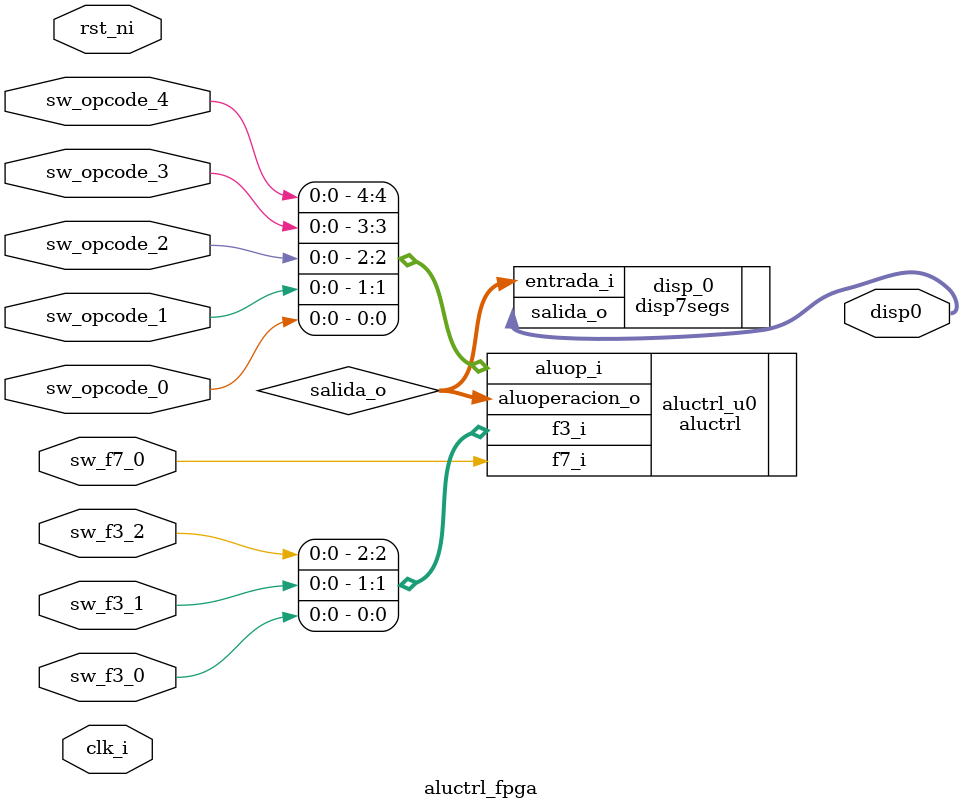
<source format=v>
module aluctrl_fpga (
		
	input					clk_i, //señal de reloj
	input					rst_ni,//señal de reset		
	input					sw_opcode_0,
	input					sw_opcode_1,
	input					sw_opcode_2,
	input					sw_opcode_3,
	input					sw_opcode_4,
	input					sw_f3_0,
	input					sw_f3_1,
	input					sw_f3_2,
	input					sw_f7_0,
	output		[6:0] disp0 
);

	wire  			[3:0] salida_o;
	wire					 	clk1hz_W;
	
	
	divisor50mhz div50_u0(

		.clk_i		(clk_i),
		.rst_ni		(rst_ni),
		.clk1hz_o	(clk1hz_W)	
	
	);
	
	aluctrl aluctrl_u0(
	
		.f7_i					(sw_f7_0),
		.f3_i					({sw_f3_2, sw_f3_1, sw_f3_0}),
		.aluop_i				({sw_opcode_4, sw_opcode_3, sw_opcode_2, sw_opcode_1, sw_opcode_0}),
		.aluoperacion_o	(salida_o)
	);
	
	
	disp7segs disp_0(
		
		.entrada_i		(salida_o),// se asignan los primeros 4 bits al display 0
		.salida_o		(disp0)
	
	);



endmodule 
</source>
